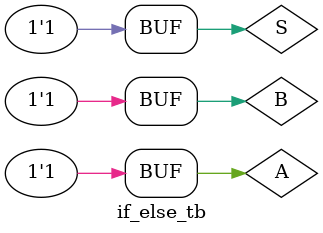
<source format=v>
module if_else_tb();

    reg A,B,S;
    wire [1:0]Y;

    if_else dut (
        .A(A),
        .B(B),
        .S(S),
        .Y(Y)
    );

    initial begin
      A = 1'b0;
      B = 1'B0;
      S = 1'b0;
      #50;

      A = 1'b0;
      B = 1'B1;
      S = 1'b1;
      #100;

      A = 1'b1;
      B = 1'B0;
      S = 1'b0;
      #150;

      A = 1'b1;
      B = 1'B1;
      S = 1'b1;
      #200;
    end

    initial 
    begin
      $dumpfile("dump.vcd");
      $dumpvars(0);
    end

endmodule
</source>
